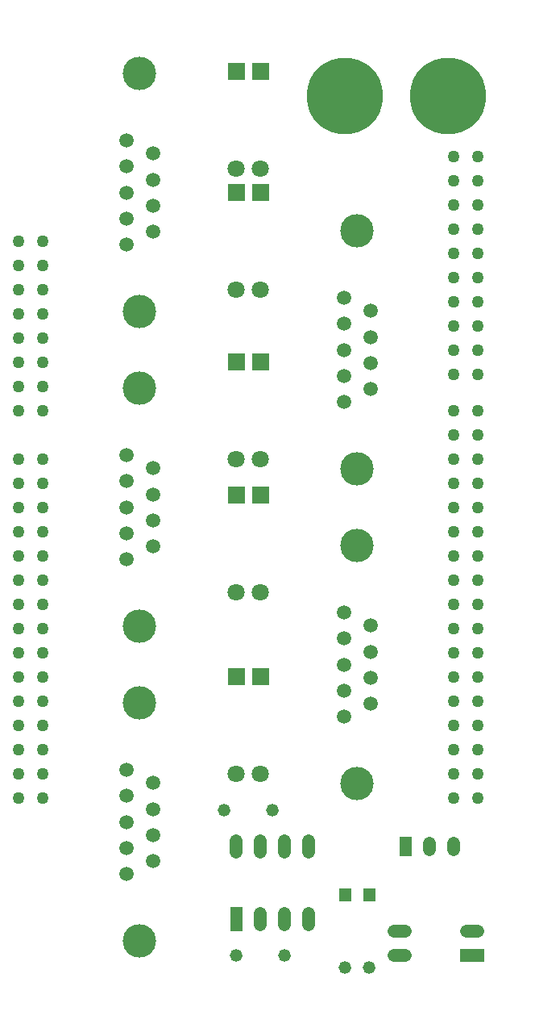
<source format=gbs>
%FSLAX24Y24*%
%MOIN*%
%ADD10C,0.0500*%
%ADD11C,0.0520*%
%ADD12C,0.0591*%
%ADD13C,0.0709*%
%ADD14C,0.1378*%
%ADD15C,0.3150*%
D10*
G01X18937Y25500D03*
X937Y26000D03*
X19937Y9000D03*
X19937Y32500D03*
X1937Y26999D03*
X18937Y20000D03*
X19937Y19000D03*
X19937Y27500D03*
X19937Y28500D03*
X18937Y14000D03*
X19937Y26500D03*
X18937Y10999D03*
X1937Y15000D03*
X1937Y14000D03*
X1937Y18000D03*
X19937Y21999D03*
X937Y31000D03*
X1937Y8000D03*
X937Y25000D03*
X937Y16000D03*
X937Y30000D03*
X937Y21999D03*
X1937Y17000D03*
X937Y24000D03*
X18937Y33500D03*
X1937Y25000D03*
X937Y10000D03*
X19937Y21000D03*
X937Y12000D03*
X19937Y34500D03*
X18937Y15000D03*
X937Y15000D03*
X19937Y8000D03*
X1937Y28000D03*
X1937Y12000D03*
X19937Y10000D03*
X937Y20000D03*
X19937Y10999D03*
X18937Y19000D03*
X937Y21000D03*
X937Y13000D03*
X18937Y27500D03*
X18937Y9000D03*
X1937Y10999D03*
X1937Y21000D03*
X1937Y26000D03*
X18937Y17000D03*
X1937Y31000D03*
X18937Y16000D03*
X1937Y20000D03*
X19937Y29500D03*
X937Y8000D03*
X18937Y10000D03*
X937Y9000D03*
X19937Y31500D03*
X19937Y24000D03*
X18937Y32500D03*
X19937Y14000D03*
X18937Y21000D03*
X937Y17000D03*
X18937Y21999D03*
X18937Y12000D03*
X1937Y21999D03*
X937Y28000D03*
X19937Y20000D03*
X937Y18000D03*
X19937Y33500D03*
X19937Y16000D03*
X19937Y13000D03*
X18937Y18000D03*
X1937Y24000D03*
X937Y26999D03*
X1937Y19000D03*
X19937Y23000D03*
X1937Y30000D03*
X18937Y28500D03*
X19937Y30500D03*
X18937Y30500D03*
X937Y10999D03*
X1937Y9000D03*
X19937Y25500D03*
X18937Y8000D03*
X19937Y12000D03*
X18937Y29500D03*
X19937Y15000D03*
X19937Y17000D03*
X19937Y18000D03*
X18937Y31500D03*
X18937Y23000D03*
X1937Y16000D03*
X1937Y10000D03*
X937Y29000D03*
X937Y14000D03*
X18937Y13000D03*
X18937Y34500D03*
X1937Y29000D03*
X1937Y13000D03*
X937Y19000D03*
X18937Y26500D03*
X18937Y24000D03*
D11*
G01X14437Y999D03*
X15437Y999D03*
X11937Y1499D03*
X9937Y1499D03*
X9437Y7500D03*
X11437Y7500D03*
X10937Y5759D02*
X10937Y6240D01*
X11937Y5759D02*
X11937Y6240D01*
X12937Y2759D02*
X12937Y3240D01*
X9937Y5759D02*
X9937Y6240D01*
X12937Y5759D02*
X12937Y6240D01*
X11937Y2759D02*
X11937Y3240D01*
X10937Y2759D02*
X10937Y3240D01*
X16927Y2500D02*
X16447Y2500D01*
X16927Y1500D02*
X16447Y1500D01*
X19927Y2500D02*
X19447Y2500D01*
X18937Y5860D02*
X18937Y6140D01*
X17937Y5860D02*
X17937Y6140D01*
D12*
G01X6496Y5381D03*
X6496Y6460D03*
X5378Y7000D03*
X5378Y8078D03*
X5378Y9157D03*
X6496Y8618D03*
X5378Y4842D03*
X6496Y7539D03*
X5378Y5921D03*
X6496Y18381D03*
X6496Y19460D03*
X5378Y20000D03*
X5378Y21078D03*
X5378Y22157D03*
X6496Y21618D03*
X5378Y17842D03*
X6496Y20539D03*
X5378Y18921D03*
X6496Y31381D03*
X6496Y32460D03*
X5378Y33000D03*
X5378Y34078D03*
X5378Y35157D03*
X6496Y34618D03*
X5378Y30842D03*
X6496Y33539D03*
X5378Y31921D03*
X15496Y11881D03*
X15496Y12960D03*
X14378Y13500D03*
X14378Y14578D03*
X14378Y15657D03*
X15496Y15118D03*
X14378Y11342D03*
X15496Y14039D03*
X14378Y12421D03*
X15496Y24881D03*
X15496Y25960D03*
X14378Y26500D03*
X14378Y27578D03*
X14378Y28657D03*
X15496Y28118D03*
X14378Y24342D03*
X15496Y27039D03*
X14378Y25421D03*
D13*
G01X9937Y28987D03*
X9937Y16487D03*
X9937Y8987D03*
X9937Y21987D03*
X9937Y33987D03*
X10937Y8987D03*
X10937Y21987D03*
X10937Y33987D03*
X10937Y16487D03*
X10937Y28987D03*
D14*
G01X5937Y2078D03*
X5937Y11921D03*
X5937Y15078D03*
X5937Y24921D03*
X5937Y28078D03*
X5937Y37921D03*
X14937Y8578D03*
X14937Y18421D03*
X14937Y21578D03*
X14937Y31421D03*
D15*
G01X14437Y37000D03*
X18687Y37000D03*
G36*
X10197Y3499D02*G01*
X9677Y3499D01*X9677Y2499D01*X10197Y2499D01*G37*
G36*
X14697Y3740D02*G01*
X14697Y4260D01*X14177Y4260D01*X14177Y3740D01*G37*
G36*
X15697Y3740D02*G01*
X15697Y4260D01*X15177Y4260D01*X15177Y3740D01*G37*
G36*
X10291Y32658D02*G01*
X10291Y33366D01*X9583Y33366D01*X9583Y32658D01*G37*
G36*
X10291Y20158D02*G01*
X10291Y20866D01*X9583Y20866D01*X9583Y20158D01*G37*
G36*
X10291Y12658D02*G01*
X10291Y13366D01*X9583Y13366D01*X9583Y12658D01*G37*
G36*
X10291Y25658D02*G01*
X10291Y26366D01*X9583Y26366D01*X9583Y25658D01*G37*
G36*
X10291Y37658D02*G01*
X10291Y38366D01*X9583Y38366D01*X9583Y37658D01*G37*
G36*
X11291Y12658D02*G01*
X11291Y13366D01*X10583Y13366D01*X10583Y12658D01*G37*
G36*
X11291Y25658D02*G01*
X11291Y26366D01*X10583Y26366D01*X10583Y25658D01*G37*
G36*
X11291Y37658D02*G01*
X11291Y38366D01*X10583Y38366D01*X10583Y37658D01*G37*
G36*
X11291Y20158D02*G01*
X11291Y20866D01*X10583Y20866D01*X10583Y20158D01*G37*
G36*
X11291Y32658D02*G01*
X11291Y33366D01*X10583Y33366D01*X10583Y32658D01*G37*
G36*
X19187Y1760D02*G01*
X19187Y1240D01*X20187Y1240D01*X20187Y1760D01*G37*
G36*
X17197Y6400D02*G01*
X16677Y6400D01*X16677Y5600D01*X17197Y5600D01*G37*
M02*

</source>
